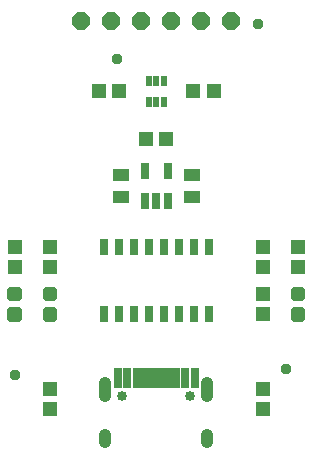
<source format=gbr>
G04 EAGLE Gerber RS-274X export*
G75*
%MOMM*%
%FSLAX34Y34*%
%LPD*%
%INSoldermask Top*%
%IPPOS*%
%AMOC8*
5,1,8,0,0,1.08239X$1,22.5*%
G01*
%ADD10R,1.203200X1.303200*%
%ADD11R,0.803200X1.403200*%
%ADD12R,1.303200X1.203200*%
%ADD13R,0.503200X0.863200*%
%ADD14P,1.671555X8X112.500000*%
%ADD15R,0.803200X1.653200*%
%ADD16R,0.503200X1.653200*%
%ADD17C,0.853200*%
%ADD18C,1.000000*%
%ADD19R,1.403200X1.003200*%
%ADD20R,0.753200X1.403200*%
%ADD21C,0.505344*%
%ADD22C,0.959600*%


D10*
X240000Y58500D03*
X240000Y41500D03*
X60000Y58500D03*
X60000Y41500D03*
X240000Y161500D03*
X240000Y178500D03*
X240000Y121500D03*
X240000Y138500D03*
D11*
X105550Y122000D03*
X118250Y122000D03*
X130950Y122000D03*
X143650Y122000D03*
X156350Y122000D03*
X169050Y122000D03*
X181750Y122000D03*
X194450Y122000D03*
X194450Y178000D03*
X181750Y178000D03*
X169050Y178000D03*
X156350Y178000D03*
X143650Y178000D03*
X130950Y178000D03*
X118250Y178000D03*
X105550Y178000D03*
D12*
X181500Y310000D03*
X198500Y310000D03*
X101500Y310000D03*
X118500Y310000D03*
D13*
X156500Y319200D03*
X150000Y300800D03*
X143500Y300800D03*
X156500Y300800D03*
X150000Y319200D03*
X143500Y319200D03*
D14*
X86500Y370000D03*
X111900Y370000D03*
X137300Y370000D03*
X162700Y370000D03*
X188100Y370000D03*
X213500Y370000D03*
D15*
X117500Y67050D03*
X125500Y67050D03*
D16*
X132500Y67050D03*
X137500Y67050D03*
X142500Y67050D03*
X147500Y67050D03*
X152500Y67050D03*
X157500Y67050D03*
X162500Y67050D03*
X167500Y67050D03*
D15*
X174500Y67050D03*
X182500Y67050D03*
X117500Y67050D03*
X125500Y67050D03*
X174500Y67050D03*
X182500Y67050D03*
D17*
X121100Y52600D03*
X178900Y52600D03*
D18*
X106800Y52400D02*
X106800Y63400D01*
X106800Y19100D02*
X106800Y13100D01*
X193200Y52400D02*
X193200Y63400D01*
X193200Y19100D02*
X193200Y13100D01*
D19*
X120000Y221000D03*
X120000Y239000D03*
D12*
X158500Y270000D03*
X141500Y270000D03*
D20*
X140500Y216999D03*
X150000Y216999D03*
X159500Y216999D03*
X159500Y243001D03*
X140500Y243001D03*
D21*
X266510Y124720D02*
X273490Y124720D01*
X273490Y117740D01*
X266510Y117740D01*
X266510Y124720D01*
X266510Y122540D02*
X273490Y122540D01*
X273490Y142260D02*
X266510Y142260D01*
X273490Y142260D02*
X273490Y135280D01*
X266510Y135280D01*
X266510Y142260D01*
X266510Y140080D02*
X273490Y140080D01*
D10*
X270000Y178500D03*
X270000Y161500D03*
D19*
X180000Y221000D03*
X180000Y239000D03*
D21*
X33490Y124720D02*
X26510Y124720D01*
X33490Y124720D02*
X33490Y117740D01*
X26510Y117740D01*
X26510Y124720D01*
X26510Y122540D02*
X33490Y122540D01*
X33490Y142260D02*
X26510Y142260D01*
X33490Y142260D02*
X33490Y135280D01*
X26510Y135280D01*
X26510Y142260D01*
X26510Y140080D02*
X33490Y140080D01*
D10*
X30000Y161500D03*
X30000Y178500D03*
X60000Y161500D03*
X60000Y178500D03*
D21*
X56510Y124720D02*
X63490Y124720D01*
X63490Y117740D01*
X56510Y117740D01*
X56510Y124720D01*
X56510Y122540D02*
X63490Y122540D01*
X63490Y142260D02*
X56510Y142260D01*
X63490Y142260D02*
X63490Y135280D01*
X56510Y135280D01*
X56510Y142260D01*
X56510Y140080D02*
X63490Y140080D01*
D22*
X235769Y366833D03*
X30000Y70000D03*
X259840Y74760D03*
X116840Y337820D03*
M02*

</source>
